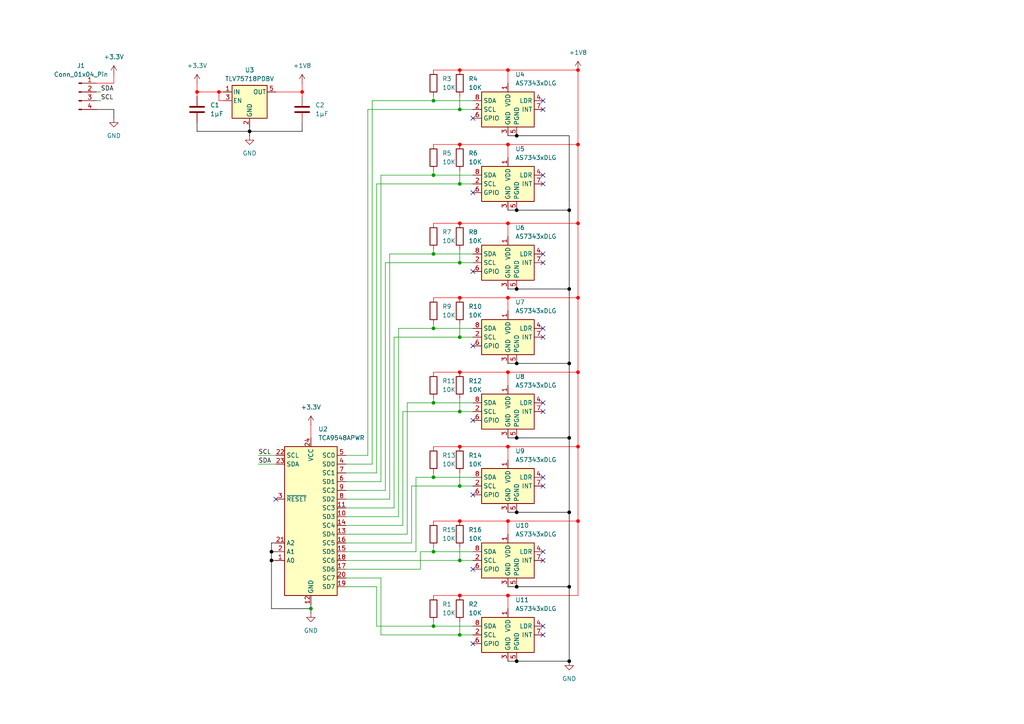
<source format=kicad_sch>
(kicad_sch (version 20250114) (generator "eeschema") (generator_version "9.0")
  (paper "A4")
  (lib_symbols
    (symbol "Connector:Conn_01x04_Pin" (pin_names (offset 1.016) (hide yes))
      (property "Reference" "J" (at 0 5.08 0))
      (property "Value" "Conn_01x04_Pin" (at 0 -7.62 0))
      (symbol "Conn_01x04_Pin_1_1"
        (rectangle (start 0.8636 2.667) (end 0 2.413) (stroke (width 0.1524)) (fill (type outline)))
        (rectangle (start 0.8636 0.127) (end 0 -0.127) (stroke (width 0.1524)) (fill (type outline)))
        (rectangle (start 0.8636 -2.413) (end 0 -2.667) (stroke (width 0.1524)) (fill (type outline)))
        (rectangle (start 0.8636 -4.953) (end 0 -5.207) (stroke (width 0.1524)) (fill (type outline)))
        (polyline (pts (xy 1.27 2.54) (xy 0.8636 2.54)) (stroke (width 0.1524)))
        (polyline (pts (xy 1.27 0) (xy 0.8636 0)) (stroke (width 0.1524)))
        (polyline (pts (xy 1.27 -2.54) (xy 0.8636 -2.54)) (stroke (width 0.1524)))
        (polyline (pts (xy 1.27 -5.08) (xy 0.8636 -5.08)) (stroke (width 0.1524)))
        (pin passive line (at 5.08 2.54 180) (length 3.81) (name "Pin_1") (number "1"))
        (pin passive line (at 5.08 0 180) (length 3.81) (name "Pin_2") (number "2"))
        (pin passive line (at 5.08 -2.54 180) (length 3.81) (name "Pin_3") (number "3"))
        (pin passive line (at 5.08 -5.08 180) (length 3.81) (name "Pin_4") (number "4"))
      )
    )
    (symbol "Device:C" (pin_numbers (hide yes)) (pin_names (offset 0.254))
      (property "Reference" "C" (at 0.635 2.54 0))
      (property "Value" "C" (at 0.635 -2.54 0))
      (symbol "C_0_1"
        (polyline (pts (xy -2.032 0.762) (xy 2.032 0.762)) (stroke (width 0.508)))
        (polyline (pts (xy -2.032 -0.762) (xy 2.032 -0.762)) (stroke (width 0.508)))
      )
      (symbol "C_1_1"
        (pin passive line (at 0 3.81 270) (length 2.794) (name "~") (number "1"))
        (pin passive line (at 0 -3.81 90) (length 2.794) (name "~") (number "2"))
      )
    )
    (symbol "Device:R" (pin_numbers (hide yes)) (pin_names (offset 0))
      (property "Reference" "R" (at 2.032 0 90))
      (property "Value" "R" (at 0 0 90))
      (symbol "R_0_1"
        (rectangle (start -1.016 -2.54) (end 1.016 2.54) (stroke (width 0.254)))
      )
      (symbol "R_1_1"
        (pin passive line (at 0 3.81 270) (length 1.27) (name "~") (number "1"))
        (pin passive line (at 0 -3.81 90) (length 1.27) (name "~") (number "2"))
      )
    )
    (symbol "Interface_Expansion:TCA9548APWR"
      (property "Reference" "U" (at -7.62 21.59 0))
      (property "Value" "TCA9548APWR" (at 1.016 21.59 0))
      (symbol "TCA9548APWR_0_1"
        (rectangle (start -7.62 20.32) (end 7.62 -22.86) (stroke (width 0.254)) (fill (type background)))
      )
      (symbol "TCA9548APWR_1_1"
        (pin input line (at -10.16 17.78 0) (length 2.54) (name "SCL") (number "22"))
        (pin bidirectional line (at -10.16 15.24 0) (length 2.54) (name "SDA") (number "23"))
        (pin input line (at -10.16 5.08 0) (length 2.54) (name "~{RESET}") (number "3"))
        (pin input line (at -10.16 -7.62 0) (length 2.54) (name "A2") (number "21"))
        (pin input line (at -10.16 -10.16 0) (length 2.54) (name "A1") (number "2"))
        (pin input line (at -10.16 -12.7 0) (length 2.54) (name "A0") (number "1"))
        (pin power_in line (at 0 22.86 270) (length 2.54) (name "VCC") (number "24"))
        (pin power_in line (at 0 -25.4 90) (length 2.54) (name "GND") (number "12"))
        (pin output line (at 10.16 17.78 180) (length 2.54) (name "SC0") (number "5"))
        (pin bidirectional line (at 10.16 15.24 180) (length 2.54) (name "SD0") (number "4"))
        (pin output line (at 10.16 12.7 180) (length 2.54) (name "SC1") (number "7"))
        (pin bidirectional line (at 10.16 10.16 180) (length 2.54) (name "SD1") (number "6"))
        (pin output line (at 10.16 7.62 180) (length 2.54) (name "SC2") (number "9"))
        (pin bidirectional line (at 10.16 5.08 180) (length 2.54) (name "SD2") (number "8"))
        (pin output line (at 10.16 2.54 180) (length 2.54) (name "SC3") (number "11"))
        (pin bidirectional line (at 10.16 0 180) (length 2.54) (name "SD3") (number "10"))
        (pin output line (at 10.16 -2.54 180) (length 2.54) (name "SC4") (number "14"))
        (pin bidirectional line (at 10.16 -5.08 180) (length 2.54) (name "SD4") (number "13"))
        (pin output line (at 10.16 -7.62 180) (length 2.54) (name "SC5") (number "16"))
        (pin bidirectional line (at 10.16 -10.16 180) (length 2.54) (name "SD5") (number "15"))
        (pin output line (at 10.16 -12.7 180) (length 2.54) (name "SC6") (number "18"))
        (pin bidirectional line (at 10.16 -15.24 180) (length 2.54) (name "SD6") (number "17"))
        (pin output line (at 10.16 -17.78 180) (length 2.54) (name "SC7") (number "20"))
        (pin bidirectional line (at 10.16 -20.32 180) (length 2.54) (name "SD7") (number "19"))
      )
    )
    (symbol "Regulator_Linear:TLV75718PDBV" (pin_names (offset 0.254))
      (property "Reference" "U" (at -3.81 5.715 0))
      (property "Value" "TLV75718PDBV" (at 0 5.715 0))
      (symbol "TLV75718PDBV_0_1"
        (rectangle (start -5.08 4.445) (end 5.08 -5.08) (stroke (width 0.254)) (fill (type background)))
      )
      (symbol "TLV75718PDBV_1_1"
        (pin power_in line (at -7.62 2.54 0) (length 2.54) (name "IN") (number "1"))
        (pin input line (at -7.62 0 0) (length 2.54) (name "EN") (number "3"))
        (pin power_in line (at 0 -7.62 90) (length 2.54) (name "GND") (number "2"))
        (pin no_connect line (at 5.08 0 180) (length 2.54) (hide yes) (name "NC") (number "4"))
        (pin power_out line (at 7.62 2.54 180) (length 2.54) (name "OUT") (number "5"))
      )
    )
    (symbol "Sensor_Optical:AS7343xDLG"
      (property "Reference" "U" (at -2.54 8.255 0))
      (property "Value" "AS7343xDLG" (at -2.54 6.35 0))
      (symbol "AS7343xDLG_0_1"
        (rectangle (start -7.62 5.08) (end 7.62 -5.08) (stroke (width 0.254)) (fill (type background)))
      )
      (symbol "AS7343xDLG_1_1"
        (pin bidirectional line (at -10.16 2.54 0) (length 2.54) (name "SDA") (number "8"))
        (pin input line (at -10.16 0 0) (length 2.54) (name "SCL") (number "2"))
        (pin input line (at -10.16 -2.54 0) (length 2.54) (name "GPIO") (number "6"))
        (pin power_in line (at 0 7.62 270) (length 2.54) (name "VDD") (number "1"))
        (pin power_in line (at 0 -7.62 90) (length 2.54) (name "GND") (number "3"))
        (pin power_in line (at 2.54 -7.62 90) (length 2.54) (name "PGND") (number "5"))
        (pin passive line (at 10.16 2.54 180) (length 2.54) (name "LDR") (number "4"))
        (pin open_collector line (at 10.16 0 180) (length 2.54) (name "INT") (number "7"))
      )
    )
    (symbol "power:+1V8" (power) (pin_numbers (hide yes)) (pin_names (offset 0) (hide yes))
      (property "Value" "+1V8" (at 0 3.556 0))
      (symbol "+1V8_0_1"
        (polyline (pts (xy -0.762 1.27) (xy 0 2.54)))
        (polyline (pts (xy 0 2.54) (xy 0.762 1.27)))
        (polyline (pts (xy 0 0) (xy 0 2.54)))
      )
      (symbol "+1V8_1_1"
        (pin power_in line (at 0 0 90) (length 0) (name "~") (number "1"))
      )
    )
    (symbol "power:+3.3V" (power) (pin_numbers (hide yes)) (pin_names (offset 0) (hide yes))
      (property "Value" "+3.3V" (at 0 3.556 0))
      (symbol "+3.3V_0_1"
        (polyline (pts (xy -0.762 1.27) (xy 0 2.54)))
        (polyline (pts (xy 0 2.54) (xy 0.762 1.27)))
        (polyline (pts (xy 0 0) (xy 0 2.54)))
      )
      (symbol "+3.3V_1_1"
        (pin power_in line (at 0 0 90) (length 0) (name "~") (number "1"))
      )
    )
    (symbol "power:GND" (power) (pin_numbers (hide yes)) (pin_names (offset 0) (hide yes))
      (property "Value" "GND" (at 0 -3.81 0))
      (symbol "GND_0_1"
        (polyline (pts (xy 0 0) (xy 0 -1.27) (xy 1.27 -1.27) (xy 0 -2.54) (xy -1.27 -1.27) (xy 0 -1.27)))
      )
      (symbol "GND_1_1"
        (pin power_in line (at 0 0 270) (length 0) (name "~") (number "1"))
      )
    )
  )
  (junction (at 167.64 20.32) (color 255 0 0 1))
  (junction (at 147.32 172.72) (color 255 0 0 1))
  (junction (at 149.86 39.37) (color 0 0 0 1))
  (junction (at 133.35 172.72) (color 255 0 0 1))
  (junction (at 165.1 83.82) (color 0 0 0 1))
  (junction (at 149.86 170.18) (color 0 0 0 1))
  (junction (at 57.15 26.67) (color 255 0 0 1))
  (junction (at 125.73 50.8))
  (junction (at 149.86 191.77) (color 0 0 0 1))
  (junction (at 133.35 129.54) (color 255 0 0 1))
  (junction (at 133.35 119.38))
  (junction (at 125.73 95.25))
  (junction (at 133.35 64.77) (color 255 0 0 1))
  (junction (at 125.73 73.66))
  (junction (at 147.32 107.95) (color 255 0 0 1))
  (junction (at 167.64 129.54) (color 255 0 0 1))
  (junction (at 149.86 148.59) (color 0 0 0 1))
  (junction (at 167.64 107.95) (color 255 0 0 1))
  (junction (at 167.64 151.13) (color 255 0 0 1))
  (junction (at 133.35 53.34))
  (junction (at 167.64 41.91) (color 255 0 0 1))
  (junction (at 147.32 151.13) (color 255 0 0 1))
  (junction (at 149.86 105.41) (color 0 0 0 1))
  (junction (at 78.74 160.02) (color 0 0 0 1))
  (junction (at 165.1 127) (color 0 0 0 1))
  (junction (at 63.5 26.67) (color 255 0 0 1))
  (junction (at 133.35 151.13) (color 255 0 0 1))
  (junction (at 167.64 86.36) (color 255 0 0 1))
  (junction (at 167.64 64.77) (color 255 0 0 1))
  (junction (at 133.35 140.97))
  (junction (at 149.86 127) (color 0 0 0 1))
  (junction (at 125.73 138.43))
  (junction (at 133.35 31.75))
  (junction (at 147.32 41.91) (color 255 0 0 1))
  (junction (at 165.1 170.18) (color 0 0 0 1))
  (junction (at 125.73 181.61))
  (junction (at 125.73 160.02))
  (junction (at 87.63 26.67) (color 255 0 0 1))
  (junction (at 165.1 191.77) (color 0 0 0 1))
  (junction (at 133.35 20.32) (color 255 0 0 1))
  (junction (at 149.86 83.82) (color 0 0 0 1))
  (junction (at 147.32 86.36) (color 255 0 0 1))
  (junction (at 78.74 162.56) (color 0 0 0 1))
  (junction (at 72.39 38.1) (color 0 0 0 1))
  (junction (at 147.32 64.77) (color 255 0 0 1))
  (junction (at 125.73 29.21))
  (junction (at 165.1 105.41) (color 0 0 0 1))
  (junction (at 165.1 60.96) (color 0 0 0 1))
  (junction (at 133.35 162.56))
  (junction (at 147.32 20.32) (color 255 0 0 1))
  (junction (at 90.17 176.53))
  (junction (at 149.86 60.96) (color 0 0 0 1))
  (junction (at 133.35 184.15))
  (junction (at 133.35 97.79))
  (junction (at 165.1 148.59) (color 0 0 0 1))
  (junction (at 125.73 116.84))
  (junction (at 147.32 129.54) (color 255 0 0 1))
  (junction (at 133.35 41.91) (color 255 0 0 1))
  (junction (at 133.35 86.36) (color 255 0 0 1))
  (junction (at 133.35 107.95) (color 255 0 0 1))
  (junction (at 133.35 76.2))
  (no_connect (at 137.16 143.51))
  (no_connect (at 157.48 116.84))
  (no_connect (at 157.48 181.61))
  (no_connect (at 137.16 78.74))
  (no_connect (at 137.16 55.88))
  (no_connect (at 157.48 73.66))
  (no_connect (at 137.16 100.33))
  (no_connect (at 137.16 121.92))
  (no_connect (at 157.48 50.8))
  (no_connect (at 137.16 34.29))
  (no_connect (at 157.48 184.15))
  (no_connect (at 157.48 138.43))
  (no_connect (at 157.48 162.56))
  (no_connect (at 157.48 76.2))
  (no_connect (at 80.01 144.78))
  (no_connect (at 157.48 97.79))
  (no_connect (at 157.48 29.21))
  (no_connect (at 137.16 165.1))
  (no_connect (at 157.48 140.97))
  (no_connect (at 137.16 186.69))
  (no_connect (at 157.48 119.38))
  (no_connect (at 157.48 53.34))
  (no_connect (at 157.48 31.75))
  (no_connect (at 157.48 160.02))
  (no_connect (at 157.48 95.25))
  (wire (pts (xy 147.32 45.72) (xy 147.32 41.91)) (stroke (width 0) (color 255 0 0 1)))
  (wire (pts (xy 119.38 157.48) (xy 100.33 157.48)))
  (wire (pts (xy 137.16 53.34) (xy 133.35 53.34)))
  (wire (pts (xy 167.64 172.72) (xy 167.64 151.13)) (stroke (width 0) (color 255 0 0 1)))
  (wire (pts (xy 147.32 151.13) (xy 147.32 154.94)) (stroke (width 0) (color 255 0 0 1)))
  (wire (pts (xy 115.57 95.25) (xy 115.57 149.86)))
  (wire (pts (xy 64.77 29.21) (xy 63.5 29.21)) (stroke (width 0) (color 255 0 0 1)))
  (wire (pts (xy 125.73 160.02) (xy 121.92 160.02)))
  (wire (pts (xy 133.35 20.32) (xy 147.32 20.32)) (stroke (width 0) (color 255 0 0 1)))
  (wire (pts (xy 120.65 160.02) (xy 100.33 160.02)))
  (wire (pts (xy 167.64 129.54) (xy 167.64 107.95)) (stroke (width 0) (color 255 0 0 1)))
  (wire (pts (xy 87.63 38.1) (xy 87.63 35.56)) (stroke (width 0) (color 0 0 0 1)))
  (wire (pts (xy 147.32 148.59) (xy 149.86 148.59)) (stroke (width 0) (color 0 0 0 1)))
  (wire (pts (xy 106.68 31.75) (xy 106.68 132.08)))
  (wire (pts (xy 133.35 27.94) (xy 133.35 31.75)))
  (wire (pts (xy 125.73 158.75) (xy 125.73 160.02)))
  (wire (pts (xy 133.35 86.36) (xy 147.32 86.36)) (stroke (width 0) (color 255 0 0 1)))
  (wire (pts (xy 125.73 86.36) (xy 133.35 86.36)) (stroke (width 0) (color 255 0 0 1)))
  (wire (pts (xy 72.39 36.83) (xy 72.39 38.1)) (stroke (width 0) (color 0 0 0 1)))
  (wire (pts (xy 90.17 175.26) (xy 90.17 176.53)) (stroke (width 0) (color 0 0 0 1)))
  (wire (pts (xy 167.64 107.95) (xy 167.64 86.36)) (stroke (width 0) (color 255 0 0 1)))
  (wire (pts (xy 57.15 24.13) (xy 57.15 26.67)) (stroke (width 0) (color 255 0 0 1)))
  (wire (pts (xy 125.73 41.91) (xy 133.35 41.91)) (stroke (width 0) (color 255 0 0 1)))
  (wire (pts (xy 133.35 107.95) (xy 147.32 107.95)) (stroke (width 0) (color 255 0 0 1)))
  (wire (pts (xy 27.94 31.75) (xy 33.02 31.75)) (stroke (width 0) (color 0 0 0 1)))
  (wire (pts (xy 87.63 26.67) (xy 87.63 27.94)) (stroke (width 0) (color 255 0 0 1)))
  (wire (pts (xy 149.86 127) (xy 165.1 127)) (stroke (width 0) (color 0 0 0 1)))
  (wire (pts (xy 137.16 116.84) (xy 125.73 116.84)))
  (wire (pts (xy 125.73 93.98) (xy 125.73 95.25)))
  (wire (pts (xy 137.16 138.43) (xy 125.73 138.43)))
  (wire (pts (xy 125.73 50.8) (xy 137.16 50.8)))
  (wire (pts (xy 167.64 151.13) (xy 167.64 129.54)) (stroke (width 0) (color 255 0 0 1)))
  (wire (pts (xy 113.03 73.66) (xy 125.73 73.66)))
  (wire (pts (xy 125.73 180.34) (xy 125.73 181.61)))
  (wire (pts (xy 137.16 76.2) (xy 133.35 76.2)))
  (wire (pts (xy 147.32 41.91) (xy 167.64 41.91)) (stroke (width 0) (color 255 0 0 1)))
  (wire (pts (xy 125.73 116.84) (xy 118.11 116.84)))
  (wire (pts (xy 74.93 132.08) (xy 80.01 132.08)))
  (wire (pts (xy 111.76 76.2) (xy 111.76 142.24)))
  (wire (pts (xy 27.94 26.67) (xy 29.21 26.67)))
  (wire (pts (xy 106.68 31.75) (xy 133.35 31.75)))
  (wire (pts (xy 165.1 60.96) (xy 165.1 83.82)) (stroke (width 0) (color 0 0 0 1)))
  (wire (pts (xy 109.22 53.34) (xy 109.22 137.16)))
  (wire (pts (xy 107.95 29.21) (xy 107.95 134.62)))
  (wire (pts (xy 100.33 132.08) (xy 106.68 132.08)))
  (wire (pts (xy 57.15 35.56) (xy 57.15 38.1)) (stroke (width 0) (color 0 0 0 1)))
  (wire (pts (xy 125.73 151.13) (xy 133.35 151.13)) (stroke (width 0) (color 255 0 0 1)))
  (wire (pts (xy 167.64 151.13) (xy 147.32 151.13)) (stroke (width 0) (color 255 0 0 1)))
  (wire (pts (xy 147.32 64.77) (xy 167.64 64.77)) (stroke (width 0) (color 255 0 0 1)))
  (wire (pts (xy 109.22 137.16) (xy 100.33 137.16)))
  (wire (pts (xy 133.35 115.57) (xy 133.35 119.38)))
  (wire (pts (xy 111.76 142.24) (xy 100.33 142.24)))
  (wire (pts (xy 149.86 191.77) (xy 165.1 191.77)) (stroke (width 0) (color 0 0 0 1)))
  (wire (pts (xy 147.32 133.35) (xy 147.32 129.54)) (stroke (width 0) (color 255 0 0 1)))
  (wire (pts (xy 72.39 38.1) (xy 72.39 39.37)) (stroke (width 0) (color 0 0 0 1)))
  (wire (pts (xy 133.35 41.91) (xy 147.32 41.91)) (stroke (width 0) (color 255 0 0 1)))
  (wire (pts (xy 115.57 149.86) (xy 100.33 149.86)))
  (wire (pts (xy 133.35 119.38) (xy 116.84 119.38)))
  (wire (pts (xy 125.73 20.32) (xy 133.35 20.32)) (stroke (width 0) (color 255 0 0 1)))
  (wire (pts (xy 125.73 172.72) (xy 133.35 172.72)) (stroke (width 0) (color 255 0 0 1)))
  (wire (pts (xy 87.63 24.13) (xy 87.63 26.67)) (stroke (width 0) (color 255 0 0 1)))
  (wire (pts (xy 72.39 38.1) (xy 87.63 38.1)) (stroke (width 0) (color 0 0 0 1)))
  (wire (pts (xy 116.84 152.4) (xy 100.33 152.4)))
  (wire (pts (xy 147.32 172.72) (xy 167.64 172.72)) (stroke (width 0) (color 255 0 0 1)))
  (wire (pts (xy 165.1 127) (xy 165.1 148.59)) (stroke (width 0) (color 0 0 0 1)))
  (wire (pts (xy 27.94 29.21) (xy 29.21 29.21)))
  (wire (pts (xy 114.3 147.32) (xy 100.33 147.32)))
  (wire (pts (xy 100.33 144.78) (xy 113.03 144.78)))
  (wire (pts (xy 125.73 72.39) (xy 125.73 73.66)))
  (wire (pts (xy 109.22 170.18) (xy 100.33 170.18)))
  (wire (pts (xy 110.49 50.8) (xy 125.73 50.8)))
  (wire (pts (xy 74.93 134.62) (xy 80.01 134.62)))
  (wire (pts (xy 133.35 49.53) (xy 133.35 53.34)))
  (wire (pts (xy 137.16 184.15) (xy 133.35 184.15)))
  (wire (pts (xy 125.73 107.95) (xy 133.35 107.95)) (stroke (width 0) (color 255 0 0 1)))
  (wire (pts (xy 167.64 41.91) (xy 167.64 20.32)) (stroke (width 0) (color 255 0 0 1)))
  (wire (pts (xy 113.03 144.78) (xy 113.03 73.66)))
  (wire (pts (xy 137.16 140.97) (xy 133.35 140.97)))
  (wire (pts (xy 125.73 137.16) (xy 125.73 138.43)))
  (wire (pts (xy 147.32 191.77) (xy 149.86 191.77)) (stroke (width 0) (color 0 0 0 1)))
  (wire (pts (xy 147.32 176.53) (xy 147.32 172.72)) (stroke (width 0) (color 255 0 0 1)))
  (wire (pts (xy 149.86 83.82) (xy 165.1 83.82)) (stroke (width 0) (color 0 0 0 1)))
  (wire (pts (xy 133.35 72.39) (xy 133.35 76.2)))
  (wire (pts (xy 57.15 38.1) (xy 72.39 38.1)) (stroke (width 0) (color 0 0 0 1)))
  (wire (pts (xy 167.64 86.36) (xy 167.64 64.77)) (stroke (width 0) (color 255 0 0 1)))
  (wire (pts (xy 125.73 29.21) (xy 137.16 29.21)))
  (wire (pts (xy 133.35 162.56) (xy 137.16 162.56)))
  (wire (pts (xy 133.35 180.34) (xy 133.35 184.15)))
  (wire (pts (xy 33.02 31.75) (xy 33.02 34.29)) (stroke (width 0) (color 0 0 0 1)))
  (wire (pts (xy 133.35 97.79) (xy 114.3 97.79)))
  (wire (pts (xy 133.35 129.54) (xy 147.32 129.54)) (stroke (width 0) (color 255 0 0 1)))
  (wire (pts (xy 149.86 39.37) (xy 165.1 39.37)) (stroke (width 0) (color 0 0 0 1)))
  (wire (pts (xy 133.35 76.2) (xy 111.76 76.2)))
  (wire (pts (xy 149.86 105.41) (xy 165.1 105.41)) (stroke (width 0) (color 0 0 0 1)))
  (wire (pts (xy 133.35 151.13) (xy 147.32 151.13)) (stroke (width 0) (color 255 0 0 1)))
  (wire (pts (xy 147.32 170.18) (xy 149.86 170.18)) (stroke (width 0) (color 0 0 0 1)))
  (wire (pts (xy 78.74 160.02) (xy 78.74 157.48)) (stroke (width 0) (color 0 0 0 1)))
  (wire (pts (xy 78.74 162.56) (xy 78.74 160.02)) (stroke (width 0) (color 0 0 0 1)))
  (wire (pts (xy 125.73 138.43) (xy 120.65 138.43)))
  (wire (pts (xy 63.5 26.67) (xy 64.77 26.67)) (stroke (width 0) (color 255 0 0 1)))
  (wire (pts (xy 57.15 26.67) (xy 57.15 27.94)) (stroke (width 0) (color 255 0 0 1)))
  (wire (pts (xy 100.33 139.7) (xy 110.49 139.7)))
  (wire (pts (xy 125.73 181.61) (xy 109.22 181.61)))
  (wire (pts (xy 100.33 162.56) (xy 133.35 162.56)))
  (wire (pts (xy 137.16 119.38) (xy 133.35 119.38)))
  (wire (pts (xy 125.73 49.53) (xy 125.73 50.8)))
  (wire (pts (xy 110.49 139.7) (xy 110.49 50.8)))
  (wire (pts (xy 165.1 148.59) (xy 165.1 170.18)) (stroke (width 0) (color 0 0 0 1)))
  (wire (pts (xy 167.64 64.77) (xy 167.64 41.91)) (stroke (width 0) (color 255 0 0 1)))
  (wire (pts (xy 165.1 83.82) (xy 165.1 105.41)) (stroke (width 0) (color 0 0 0 1)))
  (wire (pts (xy 147.32 127) (xy 149.86 127)) (stroke (width 0) (color 0 0 0 1)))
  (wire (pts (xy 149.86 148.59) (xy 165.1 148.59)) (stroke (width 0) (color 0 0 0 1)))
  (wire (pts (xy 125.73 115.57) (xy 125.73 116.84)))
  (wire (pts (xy 90.17 123.19) (xy 90.17 127)) (stroke (width 0) (color 255 0 0 1)))
  (wire (pts (xy 33.02 24.13) (xy 27.94 24.13)) (stroke (width 0) (color 255 0 0 1)))
  (wire (pts (xy 125.73 27.94) (xy 125.73 29.21)))
  (wire (pts (xy 78.74 176.53) (xy 78.74 162.56)) (stroke (width 0) (color 0 0 0 1)))
  (wire (pts (xy 147.32 24.13) (xy 147.32 20.32)) (stroke (width 0) (color 255 0 0 1)))
  (wire (pts (xy 133.35 137.16) (xy 133.35 140.97)))
  (wire (pts (xy 133.35 64.77) (xy 147.32 64.77)) (stroke (width 0) (color 255 0 0 1)))
  (wire (pts (xy 118.11 116.84) (xy 118.11 154.94)))
  (wire (pts (xy 147.32 86.36) (xy 167.64 86.36)) (stroke (width 0) (color 255 0 0 1)))
  (wire (pts (xy 78.74 160.02) (xy 80.01 160.02)) (stroke (width 0) (color 0 0 0 1)))
  (wire (pts (xy 110.49 167.64) (xy 100.33 167.64)))
  (wire (pts (xy 165.1 105.41) (xy 165.1 127)) (stroke (width 0) (color 0 0 0 1)))
  (wire (pts (xy 120.65 138.43) (xy 120.65 160.02)))
  (wire (pts (xy 147.32 39.37) (xy 149.86 39.37)) (stroke (width 0) (color 0 0 0 1)))
  (wire (pts (xy 147.32 129.54) (xy 167.64 129.54)) (stroke (width 0) (color 255 0 0 1)))
  (wire (pts (xy 90.17 176.53) (xy 78.74 176.53)) (stroke (width 0) (color 0 0 0 1)))
  (wire (pts (xy 116.84 119.38) (xy 116.84 152.4)))
  (wire (pts (xy 147.32 107.95) (xy 147.32 111.76)) (stroke (width 0) (color 255 0 0 1)))
  (wire (pts (xy 114.3 97.79) (xy 114.3 147.32)))
  (wire (pts (xy 133.35 172.72) (xy 147.32 172.72)) (stroke (width 0) (color 255 0 0 1)))
  (wire (pts (xy 149.86 60.96) (xy 165.1 60.96)) (stroke (width 0) (color 0 0 0 1)))
  (wire (pts (xy 125.73 64.77) (xy 133.35 64.77)) (stroke (width 0) (color 255 0 0 1)))
  (wire (pts (xy 125.73 181.61) (xy 137.16 181.61)))
  (wire (pts (xy 125.73 95.25) (xy 115.57 95.25)))
  (wire (pts (xy 147.32 90.17) (xy 147.32 86.36)) (stroke (width 0) (color 255 0 0 1)))
  (wire (pts (xy 121.92 165.1) (xy 100.33 165.1)))
  (wire (pts (xy 133.35 140.97) (xy 119.38 140.97)))
  (wire (pts (xy 133.35 158.75) (xy 133.35 162.56)))
  (wire (pts (xy 118.11 154.94) (xy 100.33 154.94)))
  (wire (pts (xy 57.15 26.67) (xy 63.5 26.67)) (stroke (width 0) (color 255 0 0 1)))
  (wire (pts (xy 133.35 93.98) (xy 133.35 97.79)))
  (wire (pts (xy 63.5 29.21) (xy 63.5 26.67)) (stroke (width 0) (color 255 0 0 1)))
  (wire (pts (xy 147.32 105.41) (xy 149.86 105.41)) (stroke (width 0) (color 0 0 0 1)))
  (wire (pts (xy 137.16 160.02) (xy 125.73 160.02)))
  (wire (pts (xy 147.32 68.58) (xy 147.32 64.77)) (stroke (width 0) (color 255 0 0 1)))
  (wire (pts (xy 147.32 60.96) (xy 149.86 60.96)) (stroke (width 0) (color 0 0 0 1)))
  (wire (pts (xy 78.74 162.56) (xy 80.01 162.56)) (stroke (width 0) (color 0 0 0 1)))
  (wire (pts (xy 121.92 160.02) (xy 121.92 165.1)))
  (wire (pts (xy 165.1 39.37) (xy 165.1 60.96)) (stroke (width 0) (color 0 0 0 1)))
  (wire (pts (xy 165.1 170.18) (xy 165.1 191.77)) (stroke (width 0) (color 0 0 0 1)))
  (wire (pts (xy 149.86 170.18) (xy 165.1 170.18)) (stroke (width 0) (color 0 0 0 1)))
  (wire (pts (xy 109.22 181.61) (xy 109.22 170.18)))
  (wire (pts (xy 100.33 134.62) (xy 107.95 134.62)))
  (wire (pts (xy 107.95 29.21) (xy 125.73 29.21)))
  (wire (pts (xy 133.35 184.15) (xy 110.49 184.15)))
  (wire (pts (xy 147.32 20.32) (xy 167.64 20.32)) (stroke (width 0) (color 255 0 0 1)))
  (wire (pts (xy 137.16 97.79) (xy 133.35 97.79)))
  (wire (pts (xy 137.16 95.25) (xy 125.73 95.25)))
  (wire (pts (xy 78.74 157.48) (xy 80.01 157.48)) (stroke (width 0) (color 0 0 0 1)))
  (wire (pts (xy 167.64 107.95) (xy 147.32 107.95)) (stroke (width 0) (color 255 0 0 1)))
  (wire (pts (xy 33.02 21.59) (xy 33.02 24.13)) (stroke (width 0) (color 255 0 0 1)))
  (wire (pts (xy 133.35 53.34) (xy 109.22 53.34)))
  (wire (pts (xy 125.73 73.66) (xy 137.16 73.66)))
  (wire (pts (xy 133.35 31.75) (xy 137.16 31.75)))
  (wire (pts (xy 119.38 140.97) (xy 119.38 157.48)))
  (wire (pts (xy 110.49 184.15) (xy 110.49 167.64)))
  (wire (pts (xy 90.17 176.53) (xy 90.17 177.8)) (stroke (width 0) (color 0 0 0 1)))
  (wire (pts (xy 147.32 83.82) (xy 149.86 83.82)) (stroke (width 0) (color 0 0 0 1)))
  (wire (pts (xy 125.73 129.54) (xy 133.35 129.54)) (stroke (width 0) (color 255 0 0 1)))
  (wire (pts (xy 87.63 26.67) (xy 80.01 26.67)) (stroke (width 0) (color 255 0 0 1)))
  (label "SCL" (at 74.93 132.08 0))
  (label "SDA" (at 74.93 134.62 0))
  (label "SDA" (at 29.21 26.67 0))
  (label "SCL" (at 29.21 29.21 0))
  (symbol (lib_id "Device:R") (at 133.35 154.94 0) (unit 1)
    (property "Reference" "R16" (at 135.89 153.6699 0) (effects (justify left)))
    (property "Value" "10K" (at 135.89 156.2099 0) (effects (justify left)))
    (property "Footprint" "Resistor_SMD:R_0603_1608Metric" (effects (hide yes)))
    (property "Description" "Resistor" (effects (hide yes)))
  )
  (symbol (lib_id "Interface_Expansion:TCA9548APWR") (at 90.17 149.86 0) (unit 1)
    (property "Reference" "U2" (at 92.3133 124.46 0) (effects (justify left)))
    (property "Value" "TCA9548APWR" (at 92.3133 127 0) (effects (justify left)))
    (property "Footprint" "Package_SO:TSSOP-24_4.4x7.8mm_P0.65mm" (effects (hide yes)))
    (property "Datasheet" "http://www.ti.com/lit/ds/symlink/tca9548a.pdf" (effects (hide yes)))
    (property "Description" "Low voltage 8-channel I2C switch with reset, TSSOP-24" (effects (hide yes)))
  )
  (symbol (lib_id "power:GND") (at 72.39 39.37 0) (unit 1)
    (property "Reference" "#PWR04" (effects (hide yes)))
    (property "Value" "GND" (at 72.39 44.45 0))
    (property "Description" "Power symbol creates a global label with name \"GND\" , ground" (effects (hide yes)))
  )
  (symbol (lib_id "Device:R") (at 125.73 111.76 0) (unit 1)
    (property "Reference" "R11" (at 128.27 110.4899 0) (effects (justify left)))
    (property "Value" "10K" (at 128.27 113.0299 0) (effects (justify left)))
    (property "Footprint" "Resistor_SMD:R_0603_1608Metric" (effects (hide yes)))
    (property "Description" "Resistor" (effects (hide yes)))
  )
  (symbol (lib_id "Device:R") (at 125.73 154.94 0) (unit 1)
    (property "Reference" "R15" (at 128.27 153.6699 0) (effects (justify left)))
    (property "Value" "10K" (at 128.27 156.2099 0) (effects (justify left)))
    (property "Footprint" "Resistor_SMD:R_0603_1608Metric" (effects (hide yes)))
    (property "Description" "Resistor" (effects (hide yes)))
  )
  (symbol (lib_id "Device:C") (at 87.63 31.75 0) (unit 1)
    (property "Reference" "C2" (at 91.44 30.4799 0) (effects (justify left)))
    (property "Value" "1µF" (at 91.44 33.0199 0) (effects (justify left)))
    (property "Footprint" "Capacitor_SMD:C_0603_1608Metric" (effects (hide yes)))
    (property "Description" "Unpolarized capacitor" (effects (hide yes)))
  )
  (symbol (lib_id "Sensor_Optical:AS7343xDLG") (at 147.32 162.56 0) (unit 1)
    (property "Reference" "U10" (at 149.4633 152.4 0) (effects (justify left)))
    (property "Value" "AS7343xDLG" (at 149.4633 154.94 0) (effects (justify left)))
    (property "Footprint" "Package_LGA:AMS_OLGA-8_2x3.1mm_P0.8mm" (effects (hide yes)))
    (property "Datasheet" "https://ams.com/documents/20143/6705498/AS7343_DS001046_6_00.pdf" (effects (hide yes)))
    (property "Description" "14-Channel Multi-Spectral Digital Sensor including XYZ, Clear and Flicker Detection, 380 - 1000 nm,OLGA-8" (effects (hide yes)))
  )
  (symbol (lib_id "Device:R") (at 133.35 24.13 0) (unit 1)
    (property "Reference" "R4" (at 135.89 22.8599 0) (effects (justify left)))
    (property "Value" "10K" (at 135.89 25.3999 0) (effects (justify left)))
    (property "Footprint" "Resistor_SMD:R_0603_1608Metric" (effects (hide yes)))
    (property "Description" "Resistor" (effects (hide yes)))
  )
  (symbol (lib_id "power:+1V8") (at 167.64 20.32 0) (unit 1)
    (property "Reference" "#PWR010" (effects (hide yes)))
    (property "Value" "+1V8" (at 167.64 15.24 0))
    (property "Description" "Power symbol creates a global label with name \"+1V8\"" (effects (hide yes)))
  )
  (symbol (lib_id "Device:C") (at 57.15 31.75 0) (unit 1)
    (property "Reference" "C1" (at 60.96 30.4799 0) (effects (justify left)))
    (property "Value" "1µF" (at 60.96 33.0199 0) (effects (justify left)))
    (property "Footprint" "Capacitor_SMD:C_0603_1608Metric" (effects (hide yes)))
    (property "Description" "Unpolarized capacitor" (effects (hide yes)))
  )
  (symbol (lib_id "power:+3.3V") (at 33.02 21.59 0) (unit 1)
    (property "Reference" "#PWR06" (effects (hide yes)))
    (property "Value" "+3.3V" (at 33.02 16.51 0))
    (property "Description" "Power symbol creates a global label with name \"+3.3V\"" (effects (hide yes)))
  )
  (symbol (lib_id "power:+3.3V") (at 90.17 123.19 0) (unit 1)
    (property "Reference" "#PWR02" (effects (hide yes)))
    (property "Value" "+3.3V" (at 90.17 118.11 0))
    (property "Description" "Power symbol creates a global label with name \"+3.3V\"" (effects (hide yes)))
  )
  (symbol (lib_id "Sensor_Optical:AS7343xDLG") (at 147.32 140.97 0) (unit 1)
    (property "Reference" "U9" (at 149.4633 130.81 0) (effects (justify left)))
    (property "Value" "AS7343xDLG" (at 149.4633 133.35 0) (effects (justify left)))
    (property "Footprint" "Package_LGA:AMS_OLGA-8_2x3.1mm_P0.8mm" (effects (hide yes)))
    (property "Datasheet" "https://ams.com/documents/20143/6705498/AS7343_DS001046_6_00.pdf" (effects (hide yes)))
    (property "Description" "14-Channel Multi-Spectral Digital Sensor including XYZ, Clear and Flicker Detection, 380 - 1000 nm,OLGA-8" (effects (hide yes)))
  )
  (symbol (lib_id "Device:R") (at 125.73 176.53 0) (unit 1)
    (property "Reference" "R1" (at 128.27 175.2599 0) (effects (justify left)))
    (property "Value" "10K" (at 128.27 177.7999 0) (effects (justify left)))
    (property "Footprint" "Resistor_SMD:R_0603_1608Metric" (effects (hide yes)))
    (property "Description" "Resistor" (effects (hide yes)))
  )
  (symbol (lib_id "Device:R") (at 125.73 90.17 0) (unit 1)
    (property "Reference" "R9" (at 128.27 88.8999 0) (effects (justify left)))
    (property "Value" "10K" (at 128.27 91.4399 0) (effects (justify left)))
    (property "Footprint" "Resistor_SMD:R_0603_1608Metric" (effects (hide yes)))
    (property "Description" "Resistor" (effects (hide yes)))
  )
  (symbol (lib_id "Sensor_Optical:AS7343xDLG") (at 147.32 31.75 0) (unit 1)
    (property "Reference" "U4" (at 149.4633 21.59 0) (effects (justify left)))
    (property "Value" "AS7343xDLG" (at 149.4633 24.13 0) (effects (justify left)))
    (property "Footprint" "Package_LGA:AMS_OLGA-8_2x3.1mm_P0.8mm" (effects (hide yes)))
    (property "Datasheet" "https://ams.com/documents/20143/6705498/AS7343_DS001046_6_00.pdf" (effects (hide yes)))
    (property "Description" "14-Channel Multi-Spectral Digital Sensor including XYZ, Clear and Flicker Detection, 380 - 1000 nm,OLGA-8" (effects (hide yes)))
  )
  (symbol (lib_id "Sensor_Optical:AS7343xDLG") (at 147.32 119.38 0) (unit 1)
    (property "Reference" "U8" (at 149.4633 109.22 0) (effects (justify left)))
    (property "Value" "AS7343xDLG" (at 149.4633 111.76 0) (effects (justify left)))
    (property "Footprint" "Package_LGA:AMS_OLGA-8_2x3.1mm_P0.8mm" (effects (hide yes)))
    (property "Datasheet" "https://ams.com/documents/20143/6705498/AS7343_DS001046_6_00.pdf" (effects (hide yes)))
    (property "Description" "14-Channel Multi-Spectral Digital Sensor including XYZ, Clear and Flicker Detection, 380 - 1000 nm,OLGA-8" (effects (hide yes)))
  )
  (symbol (lib_id "Device:R") (at 133.35 111.76 0) (unit 1)
    (property "Reference" "R12" (at 135.89 110.4899 0) (effects (justify left)))
    (property "Value" "10K" (at 135.89 113.0299 0) (effects (justify left)))
    (property "Footprint" "Resistor_SMD:R_0603_1608Metric" (effects (hide yes)))
    (property "Description" "Resistor" (effects (hide yes)))
  )
  (symbol (lib_id "Sensor_Optical:AS7343xDLG") (at 147.32 53.34 0) (unit 1)
    (property "Reference" "U5" (at 149.4633 43.18 0) (effects (justify left)))
    (property "Value" "AS7343xDLG" (at 149.4633 45.72 0) (effects (justify left)))
    (property "Footprint" "Package_LGA:AMS_OLGA-8_2x3.1mm_P0.8mm" (effects (hide yes)))
    (property "Datasheet" "https://ams.com/documents/20143/6705498/AS7343_DS001046_6_00.pdf" (effects (hide yes)))
    (property "Description" "14-Channel Multi-Spectral Digital Sensor including XYZ, Clear and Flicker Detection, 380 - 1000 nm,OLGA-8" (effects (hide yes)))
  )
  (symbol (lib_id "power:GND") (at 90.17 177.8 0) (unit 1)
    (property "Reference" "#PWR03" (effects (hide yes)))
    (property "Value" "GND" (at 90.17 182.88 0))
    (property "Description" "Power symbol creates a global label with name \"GND\" , ground" (effects (hide yes)))
  )
  (symbol (lib_id "power:GND") (at 33.02 34.29 0) (unit 1)
    (property "Reference" "#PWR01" (effects (hide yes)))
    (property "Value" "GND" (at 33.02 39.37 0))
    (property "Description" "Power symbol creates a global label with name \"GND\" , ground" (effects (hide yes)))
  )
  (symbol (lib_id "Sensor_Optical:AS7343xDLG") (at 147.32 76.2 0) (unit 1)
    (property "Reference" "U6" (at 149.4633 66.04 0) (effects (justify left)))
    (property "Value" "AS7343xDLG" (at 149.4633 68.58 0) (effects (justify left)))
    (property "Footprint" "Package_LGA:AMS_OLGA-8_2x3.1mm_P0.8mm" (effects (hide yes)))
    (property "Datasheet" "https://ams.com/documents/20143/6705498/AS7343_DS001046_6_00.pdf" (effects (hide yes)))
    (property "Description" "14-Channel Multi-Spectral Digital Sensor including XYZ, Clear and Flicker Detection, 380 - 1000 nm,OLGA-8" (effects (hide yes)))
  )
  (symbol (lib_id "Sensor_Optical:AS7343xDLG") (at 147.32 97.79 0) (unit 1)
    (property "Reference" "U7" (at 149.4633 87.63 0) (effects (justify left)))
    (property "Value" "AS7343xDLG" (at 149.4633 90.17 0) (effects (justify left)))
    (property "Footprint" "Package_LGA:AMS_OLGA-8_2x3.1mm_P0.8mm" (effects (hide yes)))
    (property "Datasheet" "https://ams.com/documents/20143/6705498/AS7343_DS001046_6_00.pdf" (effects (hide yes)))
    (property "Description" "14-Channel Multi-Spectral Digital Sensor including XYZ, Clear and Flicker Detection, 380 - 1000 nm,OLGA-8" (effects (hide yes)))
  )
  (symbol (lib_id "Device:R") (at 133.35 90.17 0) (unit 1)
    (property "Reference" "R10" (at 135.89 88.8999 0) (effects (justify left)))
    (property "Value" "10K" (at 135.89 91.4399 0) (effects (justify left)))
    (property "Footprint" "Resistor_SMD:R_0603_1608Metric" (effects (hide yes)))
    (property "Description" "Resistor" (effects (hide yes)))
  )
  (symbol (lib_id "Sensor_Optical:AS7343xDLG") (at 147.32 184.15 0) (unit 1)
    (property "Reference" "U11" (at 149.4633 173.99 0) (effects (justify left)))
    (property "Value" "AS7343xDLG" (at 149.4633 176.53 0) (effects (justify left)))
    (property "Footprint" "Package_LGA:AMS_OLGA-8_2x3.1mm_P0.8mm" (effects (hide yes)))
    (property "Datasheet" "https://ams.com/documents/20143/6705498/AS7343_DS001046_6_00.pdf" (effects (hide yes)))
    (property "Description" "14-Channel Multi-Spectral Digital Sensor including XYZ, Clear and Flicker Detection, 380 - 1000 nm,OLGA-8" (effects (hide yes)))
  )
  (symbol (lib_id "Device:R") (at 133.35 45.72 0) (unit 1)
    (property "Reference" "R6" (at 135.89 44.4499 0) (effects (justify left)))
    (property "Value" "10K" (at 135.89 46.9899 0) (effects (justify left)))
    (property "Footprint" "Resistor_SMD:R_0603_1608Metric" (effects (hide yes)))
    (property "Description" "Resistor" (effects (hide yes)))
  )
  (symbol (lib_id "Connector:Conn_01x04_Pin") (at 22.86 26.67 0) (unit 1)
    (property "Reference" "J1" (at 23.495 19.05 0))
    (property "Value" "Conn_01x04_Pin" (at 23.495 21.59 0))
    (property "Footprint" "Connector_PinHeader_2.54mm:PinHeader_1x04_P2.54mm_Vertical" (effects (hide yes)))
    (property "Description" "Generic connector, single row, 01x04, script generated" (effects (hide yes)))
  )
  (symbol (lib_id "Device:R") (at 125.73 45.72 0) (unit 1)
    (property "Reference" "R5" (at 128.27 44.4499 0) (effects (justify left)))
    (property "Value" "10K" (at 128.27 46.9899 0) (effects (justify left)))
    (property "Footprint" "Resistor_SMD:R_0603_1608Metric" (effects (hide yes)))
    (property "Description" "Resistor" (effects (hide yes)))
  )
  (symbol (lib_id "power:+1V8") (at 87.63 24.13 0) (unit 1)
    (property "Reference" "#PWR09" (effects (hide yes)))
    (property "Value" "+1V8" (at 87.63 19.05 0))
    (property "Description" "Power symbol creates a global label with name \"+1V8\"" (effects (hide yes)))
  )
  (symbol (lib_id "Device:R") (at 125.73 68.58 0) (unit 1)
    (property "Reference" "R7" (at 128.27 67.3099 0) (effects (justify left)))
    (property "Value" "10K" (at 128.27 69.8499 0) (effects (justify left)))
    (property "Footprint" "Resistor_SMD:R_0603_1608Metric" (effects (hide yes)))
    (property "Description" "Resistor" (effects (hide yes)))
  )
  (symbol (lib_id "power:GND") (at 165.1 191.77 0) (unit 1)
    (property "Reference" "#PWR011" (effects (hide yes)))
    (property "Value" "GND" (at 165.1 196.85 0))
    (property "Description" "Power symbol creates a global label with name \"GND\" , ground" (effects (hide yes)))
  )
  (symbol (lib_id "power:+3.3V") (at 57.15 24.13 0) (unit 1)
    (property "Reference" "#PWR05" (effects (hide yes)))
    (property "Value" "+3.3V" (at 57.15 19.05 0))
    (property "Description" "Power symbol creates a global label with name \"+3.3V\"" (effects (hide yes)))
  )
  (symbol (lib_id "Device:R") (at 133.35 68.58 0) (unit 1)
    (property "Reference" "R8" (at 135.89 67.3099 0) (effects (justify left)))
    (property "Value" "10K" (at 135.89 69.8499 0) (effects (justify left)))
    (property "Footprint" "Resistor_SMD:R_0603_1608Metric" (effects (hide yes)))
    (property "Description" "Resistor" (effects (hide yes)))
  )
  (symbol (lib_id "Regulator_Linear:TLV75718PDBV") (at 72.39 29.21 0) (unit 1)
    (property "Reference" "U3" (at 72.39 20.32 0))
    (property "Value" "TLV75718PDBV" (at 72.39 22.86 0))
    (property "Footprint" "Package_TO_SOT_SMD:SOT-23-5" (effects (hide yes)))
    (property "Datasheet" "https://www.ti.com/lit/ds/symlink/tlv757p.pdf" (effects (hide yes)))
    (property "Description" "1A Low IQ Small Size Low Dropout Voltage Regulator, Fixed Output 1.8V, SOT-23-5" (effects (hide yes)))
  )
  (symbol (lib_id "Device:R") (at 125.73 133.35 0) (unit 1)
    (property "Reference" "R13" (at 128.27 132.0799 0) (effects (justify left)))
    (property "Value" "10K" (at 128.27 134.6199 0) (effects (justify left)))
    (property "Footprint" "Resistor_SMD:R_0603_1608Metric" (effects (hide yes)))
    (property "Description" "Resistor" (effects (hide yes)))
  )
  (symbol (lib_id "Device:R") (at 133.35 176.53 0) (unit 1)
    (property "Reference" "R2" (at 135.89 175.2599 0) (effects (justify left)))
    (property "Value" "10K" (at 135.89 177.7999 0) (effects (justify left)))
    (property "Footprint" "Resistor_SMD:R_0603_1608Metric" (effects (hide yes)))
    (property "Description" "Resistor" (effects (hide yes)))
  )
  (symbol (lib_id "Device:R") (at 125.73 24.13 0) (unit 1)
    (property "Reference" "R3" (at 128.27 22.8599 0) (effects (justify left)))
    (property "Value" "10K" (at 128.27 25.3999 0) (effects (justify left)))
    (property "Footprint" "Resistor_SMD:R_0603_1608Metric" (effects (hide yes)))
    (property "Description" "Resistor" (effects (hide yes)))
  )
  (symbol (lib_id "Device:R") (at 133.35 133.35 0) (unit 1)
    (property "Reference" "R14" (at 135.89 132.0799 0) (effects (justify left)))
    (property "Value" "10K" (at 135.89 134.6199 0) (effects (justify left)))
    (property "Footprint" "Resistor_SMD:R_0603_1608Metric" (effects (hide yes)))
    (property "Description" "Resistor" (effects (hide yes)))
  )
)
</source>
